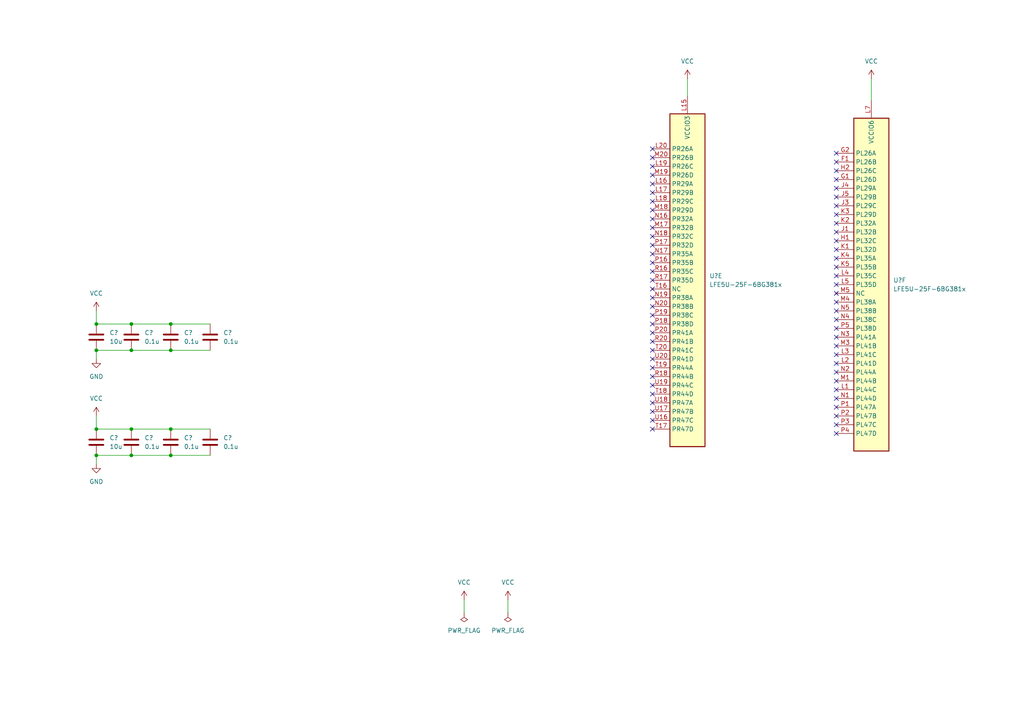
<source format=kicad_sch>
(kicad_sch (version 20211123) (generator eeschema)
  (paper "A4")
  (lib_symbols
    (symbol "Device:C" (pin_numbers hide) (pin_names (offset 0.254))
      (property "Reference" "C" (at 0.635 2.54 0))
      (property "Value" "C" (at 0.635 -2.54 0))
      (symbol "C_0_1"
        (polyline (pts (xy -2.032 -0.762) (xy 2.032 -0.762)) (stroke (width 0.508)))
        (polyline (pts (xy -2.032 0.762) (xy 2.032 0.762)) (stroke (width 0.508)))
      )
      (symbol "C_1_1"
        (pin passive line (at 0 3.81 270) (length 2.794) (name "~") (number "1"))
        (pin passive line (at 0 -3.81 90) (length 2.794) (name "~") (number "2"))
      )
    )
    (symbol "fpga_extension_library:LFE5U-25F-6BG381x"
      (property "Reference" "U" (at 24.13 16.51 0))
      (property "Value" "LFE5U-25F-6BG381x" (at 24.13 13.97 0))
      (symbol "LFE5U-25F-6BG381x_1_1"
        (rectangle (start -25.4 10.16) (end 25.4 -10.16) (stroke (width 0.3048)) (fill (type background)))
        (pin passive line (at 0 -15.24 90) (length 5.08) hide (name "GND") (number "B14"))
        (pin passive line (at 0 -15.24 90) (length 5.08) hide (name "GND") (number "B7"))
        (pin power_in line (at 0 -15.24 90) (length 5.08) (name "GND") (number "C19"))
        (pin passive line (at 0 -15.24 90) (length 5.08) hide (name "GND") (number "D4"))
        (pin passive line (at 0 -15.24 90) (length 5.08) hide (name "GND") (number "F13"))
        (pin passive line (at 0 -15.24 90) (length 5.08) hide (name "GND") (number "F14"))
        (pin passive line (at 12.7 15.24 270) (length 5.08) hide (name "VCCAUX") (number "F15"))
        (pin passive line (at 12.7 15.24 270) (length 5.08) hide (name "VCCAUX") (number "F6"))
        (pin passive line (at 0 -15.24 90) (length 5.08) hide (name "GND") (number "F7"))
        (pin passive line (at 0 -15.24 90) (length 5.08) hide (name "GND") (number "F8"))
        (pin passive line (at 0 -15.24 90) (length 5.08) hide (name "GND") (number "G10"))
        (pin passive line (at 0 -15.24 90) (length 5.08) hide (name "GND") (number "G11"))
        (pin passive line (at 0 -15.24 90) (length 5.08) hide (name "GND") (number "G12"))
        (pin passive line (at 0 -15.24 90) (length 5.08) hide (name "GND") (number "G13"))
        (pin passive line (at 0 -15.24 90) (length 5.08) hide (name "GND") (number "G14"))
        (pin passive line (at 0 -15.24 90) (length 5.08) hide (name "GND") (number "G15"))
        (pin passive line (at 0 -15.24 90) (length 5.08) hide (name "GND") (number "G17"))
        (pin passive line (at 0 -15.24 90) (length 5.08) hide (name "GND") (number "G4"))
        (pin passive line (at 0 -15.24 90) (length 5.08) hide (name "GND") (number "G6"))
        (pin passive line (at 0 -15.24 90) (length 5.08) hide (name "GND") (number "G7"))
        (pin passive line (at 0 -15.24 90) (length 5.08) hide (name "GND") (number "G8"))
        (pin passive line (at 0 -15.24 90) (length 5.08) hide (name "GND") (number "G9"))
        (pin passive line (at 0 15.24 270) (length 5.08) hide (name "VCC") (number "H10"))
        (pin passive line (at 0 15.24 270) (length 5.08) hide (name "VCC") (number "H11"))
        (pin passive line (at 0 15.24 270) (length 5.08) hide (name "VCC") (number "H12"))
        (pin power_in line (at 0 15.24 270) (length 5.08) (name "VCC") (number "H13"))
        (pin passive line (at 0 -15.24 90) (length 5.08) hide (name "GND") (number "H19"))
        (pin passive line (at 0 15.24 270) (length 5.08) hide (name "VCC") (number "H8"))
        (pin passive line (at 0 15.24 270) (length 5.08) hide (name "VCC") (number "H9"))
        (pin passive line (at 0 -15.24 90) (length 5.08) hide (name "GND") (number "J10"))
        (pin passive line (at 0 -15.24 90) (length 5.08) hide (name "GND") (number "J11"))
        (pin passive line (at 0 -15.24 90) (length 5.08) hide (name "GND") (number "J12"))
        (pin passive line (at 0 15.24 270) (length 5.08) hide (name "VCC") (number "J13"))
        (pin passive line (at 0 -15.24 90) (length 5.08) hide (name "GND") (number "J14"))
        (pin passive line (at 0 -15.24 90) (length 5.08) hide (name "GND") (number "J2"))
        (pin passive line (at 0 -15.24 90) (length 5.08) hide (name "GND") (number "J7"))
        (pin passive line (at 0 15.24 270) (length 5.08) hide (name "VCC") (number "J8"))
        (pin passive line (at 0 -15.24 90) (length 5.08) hide (name "GND") (number "J9"))
        (pin passive line (at 0 -15.24 90) (length 5.08) hide (name "GND") (number "K10"))
        (pin passive line (at 0 -15.24 90) (length 5.08) hide (name "GND") (number "K11"))
        (pin passive line (at 0 -15.24 90) (length 5.08) hide (name "GND") (number "K12"))
        (pin passive line (at 0 15.24 270) (length 5.08) hide (name "VCC") (number "K13"))
        (pin passive line (at 0 -15.24 90) (length 5.08) hide (name "GND") (number "K14"))
        (pin passive line (at 0 -15.24 90) (length 5.08) hide (name "GND") (number "K15"))
        (pin passive line (at 0 -15.24 90) (length 5.08) hide (name "GND") (number "K6"))
        (pin passive line (at 0 -15.24 90) (length 5.08) hide (name "GND") (number "K7"))
        (pin passive line (at 0 15.24 270) (length 5.08) hide (name "VCC") (number "K8"))
        (pin passive line (at 0 -15.24 90) (length 5.08) hide (name "GND") (number "K9"))
        (pin passive line (at 0 -15.24 90) (length 5.08) hide (name "GND") (number "L10"))
        (pin passive line (at 0 -15.24 90) (length 5.08) hide (name "GND") (number "L11"))
        (pin passive line (at 0 -15.24 90) (length 5.08) hide (name "GND") (number "L12"))
        (pin passive line (at 0 15.24 270) (length 5.08) hide (name "VCC") (number "L13"))
        (pin passive line (at 0 15.24 270) (length 5.08) hide (name "VCC") (number "L8"))
        (pin passive line (at 0 -15.24 90) (length 5.08) hide (name "GND") (number "L9"))
        (pin passive line (at 0 -15.24 90) (length 5.08) hide (name "GND") (number "M10"))
        (pin passive line (at 0 -15.24 90) (length 5.08) hide (name "GND") (number "M11"))
        (pin passive line (at 0 -15.24 90) (length 5.08) hide (name "GND") (number "M12"))
        (pin passive line (at 0 15.24 270) (length 5.08) hide (name "VCC") (number "M13"))
        (pin passive line (at 0 -15.24 90) (length 5.08) hide (name "GND") (number "M14"))
        (pin passive line (at 0 -15.24 90) (length 5.08) hide (name "GND") (number "M16"))
        (pin passive line (at 0 -15.24 90) (length 5.08) hide (name "GND") (number "M2"))
        (pin passive line (at 0 -15.24 90) (length 5.08) hide (name "GND") (number "M7"))
        (pin passive line (at 0 15.24 270) (length 5.08) hide (name "VCC") (number "M8"))
        (pin passive line (at 0 -15.24 90) (length 5.08) hide (name "GND") (number "M9"))
        (pin passive line (at 0 15.24 270) (length 5.08) hide (name "VCC") (number "N10"))
        (pin passive line (at 0 15.24 270) (length 5.08) hide (name "VCC") (number "N11"))
        (pin passive line (at 0 15.24 270) (length 5.08) hide (name "VCC") (number "N12"))
        (pin passive line (at 0 15.24 270) (length 5.08) hide (name "VCC") (number "N13"))
        (pin passive line (at 0 -15.24 90) (length 5.08) hide (name "GND") (number "N14"))
        (pin passive line (at 0 -15.24 90) (length 5.08) hide (name "GND") (number "N15"))
        (pin passive line (at 0 -15.24 90) (length 5.08) hide (name "GND") (number "N6"))
        (pin passive line (at 0 -15.24 90) (length 5.08) hide (name "GND") (number "N7"))
        (pin passive line (at 0 15.24 270) (length 5.08) hide (name "VCC") (number "N8"))
        (pin passive line (at 0 15.24 270) (length 5.08) hide (name "VCC") (number "N9"))
        (pin passive line (at 0 -15.24 90) (length 5.08) hide (name "GND") (number "P11"))
        (pin passive line (at 0 -15.24 90) (length 5.08) hide (name "GND") (number "P12"))
        (pin passive line (at 0 -15.24 90) (length 5.08) hide (name "GND") (number "P13"))
        (pin passive line (at 0 -15.24 90) (length 5.08) hide (name "GND") (number "P14"))
        (pin power_in line (at 12.7 15.24 270) (length 5.08) (name "VCCAUX") (number "P15"))
        (pin passive line (at 12.7 15.24 270) (length 5.08) hide (name "VCCAUX") (number "P6"))
        (pin passive line (at 0 -15.24 90) (length 5.08) hide (name "GND") (number "P7"))
        (pin passive line (at 0 -15.24 90) (length 5.08) hide (name "GND") (number "P8"))
        (pin passive line (at 0 -15.24 90) (length 5.08) hide (name "GND") (number "R19"))
        (pin passive line (at 0 -15.24 90) (length 5.08) hide (name "GND") (number "T10"))
        (pin passive line (at 0 -15.24 90) (length 5.08) hide (name "GND") (number "T11"))
        (pin passive line (at 0 -15.24 90) (length 5.08) hide (name "GND") (number "T12"))
        (pin passive line (at 0 -15.24 90) (length 5.08) hide (name "GND") (number "T13"))
        (pin passive line (at 0 -15.24 90) (length 5.08) hide (name "GND") (number "T14"))
        (pin passive line (at 0 -15.24 90) (length 5.08) hide (name "GND") (number "T15"))
        (pin passive line (at 0 -15.24 90) (length 5.08) hide (name "GND") (number "T6"))
        (pin passive line (at 0 -15.24 90) (length 5.08) hide (name "GND") (number "T7"))
        (pin passive line (at 0 -15.24 90) (length 5.08) hide (name "GND") (number "T8"))
        (pin passive line (at 0 -15.24 90) (length 5.08) hide (name "GND") (number "T9"))
        (pin passive line (at 0 -15.24 90) (length 5.08) hide (name "GND") (number "U10"))
        (pin passive line (at 0 -15.24 90) (length 5.08) hide (name "GND") (number "U11"))
        (pin passive line (at 0 -15.24 90) (length 5.08) hide (name "GND") (number "U12"))
        (pin passive line (at 0 -15.24 90) (length 5.08) hide (name "GND") (number "U13"))
        (pin passive line (at 0 -15.24 90) (length 5.08) hide (name "GND") (number "U14"))
        (pin passive line (at 0 -15.24 90) (length 5.08) hide (name "GND") (number "U15"))
        (pin passive line (at 0 -15.24 90) (length 5.08) hide (name "GND") (number "U6"))
        (pin passive line (at 0 -15.24 90) (length 5.08) hide (name "GND") (number "U7"))
        (pin passive line (at 0 -15.24 90) (length 5.08) hide (name "GND") (number "U8"))
        (pin passive line (at 0 -15.24 90) (length 5.08) hide (name "GND") (number "U9"))
        (pin passive line (at 0 -15.24 90) (length 5.08) hide (name "GND") (number "V10"))
        (pin passive line (at 0 -15.24 90) (length 5.08) hide (name "GND") (number "V11"))
        (pin passive line (at 0 -15.24 90) (length 5.08) hide (name "GND") (number "V12"))
        (pin passive line (at 0 -15.24 90) (length 5.08) hide (name "GND") (number "V13"))
        (pin passive line (at 0 -15.24 90) (length 5.08) hide (name "GND") (number "V14"))
        (pin passive line (at 0 -15.24 90) (length 5.08) hide (name "GND") (number "V15"))
        (pin passive line (at 0 -15.24 90) (length 5.08) hide (name "GND") (number "V16"))
        (pin passive line (at 0 -15.24 90) (length 5.08) hide (name "GND") (number "V17"))
        (pin passive line (at 0 -15.24 90) (length 5.08) hide (name "GND") (number "V18"))
        (pin passive line (at 0 -15.24 90) (length 5.08) hide (name "GND") (number "V19"))
        (pin passive line (at 0 -15.24 90) (length 5.08) hide (name "GND") (number "V20"))
        (pin passive line (at 0 -15.24 90) (length 5.08) hide (name "GND") (number "V5"))
        (pin passive line (at 0 -15.24 90) (length 5.08) hide (name "GND") (number "V6"))
        (pin passive line (at 0 -15.24 90) (length 5.08) hide (name "GND") (number "V7"))
        (pin passive line (at 0 -15.24 90) (length 5.08) hide (name "GND") (number "V8"))
        (pin passive line (at 0 -15.24 90) (length 5.08) hide (name "GND") (number "V9"))
        (pin passive line (at 0 -15.24 90) (length 5.08) hide (name "GND") (number "W12"))
        (pin no_connect line (at 25.4 -5.08 180) (length 5.08) hide (name "RESERVED") (number "W13"))
        (pin no_connect line (at 25.4 -2.54 180) (length 5.08) hide (name "RESERVED") (number "W14"))
        (pin passive line (at 0 -15.24 90) (length 5.08) hide (name "GND") (number "W15"))
        (pin passive line (at 0 -15.24 90) (length 5.08) hide (name "GND") (number "W16"))
        (pin no_connect line (at 25.4 0 180) (length 5.08) hide (name "RESERVED") (number "W17"))
        (pin no_connect line (at 25.4 2.54 180) (length 5.08) hide (name "RESERVED") (number "W18"))
        (pin passive line (at 0 -15.24 90) (length 5.08) hide (name "GND") (number "W19"))
        (pin passive line (at 0 -15.24 90) (length 5.08) hide (name "GND") (number "W20"))
        (pin no_connect line (at -25.4 2.54 0) (length 5.08) hide (name "RESERVED") (number "W4"))
        (pin no_connect line (at -25.4 0 0) (length 5.08) hide (name "RESERVED") (number "W5"))
        (pin passive line (at 0 -15.24 90) (length 5.08) hide (name "GND") (number "W6"))
        (pin passive line (at 0 -15.24 90) (length 5.08) hide (name "GND") (number "W7"))
        (pin no_connect line (at -25.4 -2.54 0) (length 5.08) hide (name "RESERVED") (number "W8"))
        (pin no_connect line (at -25.4 -5.08 0) (length 5.08) hide (name "RESERVED") (number "W9"))
        (pin passive line (at 0 -15.24 90) (length 5.08) hide (name "GND") (number "Y11"))
        (pin passive line (at 0 -15.24 90) (length 5.08) hide (name "GND") (number "Y12"))
        (pin passive line (at 0 -15.24 90) (length 5.08) hide (name "GND") (number "Y14"))
        (pin passive line (at 0 -15.24 90) (length 5.08) hide (name "GND") (number "Y15"))
        (pin passive line (at 0 -15.24 90) (length 5.08) hide (name "GND") (number "Y16"))
        (pin passive line (at 0 -15.24 90) (length 5.08) hide (name "GND") (number "Y17"))
        (pin passive line (at 0 -15.24 90) (length 5.08) hide (name "GND") (number "Y19"))
        (pin passive line (at 0 -15.24 90) (length 5.08) hide (name "GND") (number "Y5"))
        (pin passive line (at 0 -15.24 90) (length 5.08) hide (name "GND") (number "Y6"))
        (pin passive line (at 0 -15.24 90) (length 5.08) hide (name "GND") (number "Y7"))
        (pin passive line (at 0 -15.24 90) (length 5.08) hide (name "GND") (number "Y8"))
      )
      (symbol "LFE5U-25F-6BG381x_2_1"
        (rectangle (start -5.08 40.64) (end 5.08 -40.64) (stroke (width 0.3048)) (fill (type background)))
        (pin bidirectional line (at -10.16 -27.94 0) (length 5.08) (name "PT27A") (number "A10"))
        (pin bidirectional line (at -10.16 -30.48 0) (length 5.08) (name "PT27B") (number "A11"))
        (pin bidirectional line (at -10.16 30.48 0) (length 5.08) (name "PT4A") (number "A6"))
        (pin bidirectional line (at -10.16 0 0) (length 5.08) (name "PT18A") (number "A7"))
        (pin bidirectional line (at -10.16 -2.54 0) (length 5.08) (name "PT18B") (number "A8"))
        (pin bidirectional line (at -10.16 -22.86 0) (length 5.08) (name "PT24A") (number "A9"))
        (pin bidirectional line (at -10.16 -25.4 0) (length 5.08) (name "PT24B") (number "B10"))
        (pin bidirectional line (at -10.16 -33.02 0) (length 5.08) (name "PT29A") (number "B11"))
        (pin bidirectional line (at -10.16 27.94 0) (length 5.08) (name "PT4B") (number "B6"))
        (pin bidirectional line (at -10.16 2.54 0) (length 5.08) (name "PT15B") (number "B8"))
        (pin bidirectional line (at -10.16 -17.78 0) (length 5.08) (name "PT22A") (number "B9"))
        (pin bidirectional line (at -10.16 -20.32 0) (length 5.08) (name "PT22B") (number "C10"))
        (pin bidirectional line (at -10.16 -35.56 0) (length 5.08) (name "PT29B") (number "C11"))
        (pin bidirectional line (at -10.16 15.24 0) (length 5.08) (name "PT11A") (number "C6"))
        (pin bidirectional line (at -10.16 12.7 0) (length 5.08) (name "PT11B") (number "C7"))
        (pin bidirectional line (at -10.16 5.08 0) (length 5.08) (name "PT15A") (number "C8"))
        (pin no_connect line (at -10.16 -10.16 0) (length 5.08) (name "NC") (number "C9"))
        (pin no_connect line (at -10.16 -12.7 0) (length 5.08) (name "NC") (number "D10"))
        (pin bidirectional line (at -10.16 22.86 0) (length 5.08) (name "PT6B") (number "D6"))
        (pin bidirectional line (at -10.16 17.78 0) (length 5.08) (name "PT9B") (number "D7"))
        (pin bidirectional line (at -10.16 7.62 0) (length 5.08) (name "PT13B") (number "D8"))
        (pin bidirectional line (at -10.16 -5.08 0) (length 5.08) (name "PT20A") (number "D9"))
        (pin no_connect line (at -10.16 -15.24 0) (length 5.08) (name "NC") (number "E10"))
        (pin bidirectional line (at -10.16 25.4 0) (length 5.08) (name "PT6A") (number "E6"))
        (pin bidirectional line (at -10.16 20.32 0) (length 5.08) (name "PT9A") (number "E7"))
        (pin bidirectional line (at -10.16 10.16 0) (length 5.08) (name "PT13A") (number "E8"))
        (pin bidirectional line (at -10.16 -7.62 0) (length 5.08) (name "PT20B") (number "E9"))
        (pin power_in line (at 0 45.72 270) (length 5.08) (name "VCCIO0") (number "F10"))
        (pin passive line (at 0 45.72 270) (length 5.08) hide (name "VCCIO0") (number "F9"))
      )
      (symbol "LFE5U-25F-6BG381x_3_1"
        (rectangle (start -5.08 48.26) (end 5.08 -48.26) (stroke (width 0.3048)) (fill (type background)))
        (pin bidirectional line (at -10.16 22.86 0) (length 5.08) (name "PT40A") (number "A12"))
        (pin bidirectional line (at -10.16 20.32 0) (length 5.08) (name "PT40B") (number "A13"))
        (pin bidirectional line (at -10.16 7.62 0) (length 5.08) (name "PT47A") (number "A14"))
        (pin no_connect line (at -10.16 -2.54 0) (length 5.08) (name "NC") (number "A15"))
        (pin bidirectional line (at -10.16 -15.24 0) (length 5.08) (name "PT56A") (number "A16"))
        (pin bidirectional line (at -10.16 -30.48 0) (length 5.08) (name "PT62A") (number "A17"))
        (pin bidirectional line (at -10.16 -35.56 0) (length 5.08) (name "PT65A") (number "A18"))
        (pin bidirectional line (at -10.16 -40.64 0) (length 5.08) (name "PT67A") (number "A19"))
        (pin bidirectional line (at -10.16 33.02 0) (length 5.08) (name "PT35A") (number "B12"))
        (pin bidirectional line (at -10.16 17.78 0) (length 5.08) (name "PT42A") (number "B13"))
        (pin bidirectional line (at -10.16 -5.08 0) (length 5.08) (name "PT51A") (number "B15"))
        (pin bidirectional line (at -10.16 -17.78 0) (length 5.08) (name "PT56B") (number "B16"))
        (pin bidirectional line (at -10.16 -25.4 0) (length 5.08) (name "PT60A") (number "B17"))
        (pin bidirectional line (at -10.16 -33.02 0) (length 5.08) (name "PT62B") (number "B18"))
        (pin bidirectional line (at -10.16 -38.1 0) (length 5.08) (name "PT65B") (number "B19"))
        (pin bidirectional line (at -10.16 -43.18 0) (length 5.08) (name "PT67B") (number "B20"))
        (pin bidirectional line (at -10.16 30.48 0) (length 5.08) (name "PT35B") (number "C12"))
        (pin bidirectional line (at -10.16 15.24 0) (length 5.08) (name "PT42B") (number "C13"))
        (pin bidirectional line (at -10.16 5.08 0) (length 5.08) (name "PT47B") (number "C14"))
        (pin bidirectional line (at -10.16 -7.62 0) (length 5.08) (name "PT51B") (number "C15"))
        (pin bidirectional line (at -10.16 -20.32 0) (length 5.08) (name "PT58A") (number "C16"))
        (pin bidirectional line (at -10.16 -27.94 0) (length 5.08) (name "PT60B") (number "C17"))
        (pin bidirectional line (at -10.16 38.1 0) (length 5.08) (name "PT33A") (number "D11"))
        (pin bidirectional line (at -10.16 27.94 0) (length 5.08) (name "PT38A") (number "D12"))
        (pin bidirectional line (at -10.16 12.7 0) (length 5.08) (name "PT44A") (number "D13"))
        (pin bidirectional line (at -10.16 2.54 0) (length 5.08) (name "PT49A") (number "D14"))
        (pin bidirectional line (at -10.16 -10.16 0) (length 5.08) (name "PT53A") (number "D15"))
        (pin bidirectional line (at -10.16 -22.86 0) (length 5.08) (name "PT58B") (number "D16"))
        (pin bidirectional line (at -10.16 35.56 0) (length 5.08) (name "PT33B") (number "E11"))
        (pin bidirectional line (at -10.16 25.4 0) (length 5.08) (name "PT38B") (number "E12"))
        (pin bidirectional line (at -10.16 10.16 0) (length 5.08) (name "PT44B") (number "E13"))
        (pin bidirectional line (at -10.16 0 0) (length 5.08) (name "PT49B") (number "E14"))
        (pin bidirectional line (at -10.16 -12.7 0) (length 5.08) (name "PT53B") (number "E15"))
        (pin passive line (at 0 53.34 270) (length 5.08) hide (name "VCCIO1") (number "F11"))
        (pin power_in line (at 0 53.34 270) (length 5.08) (name "VCCIO1") (number "F12"))
      )
      (symbol "LFE5U-25F-6BG381x_4_1"
        (rectangle (start -5.08 48.26) (end 5.08 -48.26) (stroke (width 0.3048)) (fill (type background)))
        (pin bidirectional line (at -10.16 38.1 0) (length 5.08) (name "PR2A") (number "C18"))
        (pin bidirectional line (at -10.16 -7.62 0) (length 5.08) (name "PR14A") (number "C20"))
        (pin bidirectional line (at -10.16 35.56 0) (length 5.08) (name "PR2B") (number "D17"))
        (pin bidirectional line (at -10.16 27.94 0) (length 5.08) (name "PR5A") (number "D18"))
        (pin bidirectional line (at -10.16 -10.16 0) (length 5.08) (name "PR14B") (number "D19"))
        (pin bidirectional line (at -10.16 -12.7 0) (length 5.08) (name "PR14C") (number "D20"))
        (pin bidirectional line (at -10.16 33.02 0) (length 5.08) (name "PR2C") (number "E16"))
        (pin bidirectional line (at -10.16 25.4 0) (length 5.08) (name "PR5B") (number "E17"))
        (pin bidirectional line (at -10.16 22.86 0) (length 5.08) (name "PR5C") (number "E18"))
        (pin bidirectional line (at -10.16 -15.24 0) (length 5.08) (name "PR14D") (number "E19"))
        (pin bidirectional line (at -10.16 -17.78 0) (length 5.08) (name "PR17A") (number "E20"))
        (pin bidirectional line (at -10.16 30.48 0) (length 5.08) (name "PR2D") (number "F16"))
        (pin bidirectional line (at -10.16 17.78 0) (length 5.08) (name "PR8A") (number "F17"))
        (pin bidirectional line (at -10.16 20.32 0) (length 5.08) (name "PR5D") (number "F18"))
        (pin bidirectional line (at -10.16 -20.32 0) (length 5.08) (name "PR17B") (number "F19"))
        (pin bidirectional line (at -10.16 -22.86 0) (length 5.08) (name "PR17C") (number "F20"))
        (pin bidirectional line (at -10.16 12.7 0) (length 5.08) (name "PR8C") (number "G16"))
        (pin bidirectional line (at -10.16 15.24 0) (length 5.08) (name "PR8B") (number "G18"))
        (pin bidirectional line (at -10.16 -27.94 0) (length 5.08) (name "PR20A") (number "G19"))
        (pin bidirectional line (at -10.16 -25.4 0) (length 5.08) (name "PR17D") (number "G20"))
        (pin passive line (at 0 53.34 270) (length 5.08) hide (name "VCCIO2") (number "H14"))
        (pin power_in line (at 0 53.34 270) (length 5.08) (name "VCCIO2") (number "H15"))
        (pin bidirectional line (at -10.16 10.16 0) (length 5.08) (name "PR8D") (number "H16"))
        (pin bidirectional line (at -10.16 5.08 0) (length 5.08) (name "PR11B") (number "H17"))
        (pin bidirectional line (at -10.16 7.62 0) (length 5.08) (name "PR11A") (number "H18"))
        (pin bidirectional line (at -10.16 -30.48 0) (length 5.08) (name "PR20B") (number "H20"))
        (pin passive line (at 0 53.34 270) (length 5.08) hide (name "VCCIO2") (number "J15"))
        (pin bidirectional line (at -10.16 0 0) (length 5.08) (name "PR11D") (number "J16"))
        (pin bidirectional line (at -10.16 2.54 0) (length 5.08) (name "PR11C") (number "J17"))
        (pin bidirectional line (at -10.16 -33.02 0) (length 5.08) (name "PR20C") (number "J18"))
        (pin bidirectional line (at -10.16 -38.1 0) (length 5.08) (name "PR23A") (number "J19"))
        (pin bidirectional line (at -10.16 -43.18 0) (length 5.08) (name "PR23C") (number "J20"))
        (pin no_connect line (at -10.16 -2.54 0) (length 5.08) (name "NC") (number "K16"))
        (pin no_connect line (at -10.16 -5.08 0) (length 5.08) (name "NC") (number "K17"))
        (pin bidirectional line (at -10.16 -35.56 0) (length 5.08) (name "PR20D") (number "K18"))
        (pin bidirectional line (at -10.16 -40.64 0) (length 5.08) (name "PR23B") (number "K19"))
        (pin bidirectional line (at -10.16 -45.72 0) (length 5.08) (name "PR23D") (number "K20"))
      )
      (symbol "LFE5U-25F-6BG381x_5_1"
        (rectangle (start -5.08 48.26) (end 5.08 -48.26) (stroke (width 0.3048)) (fill (type background)))
        (pin passive line (at 0 53.34 270) (length 5.08) hide (name "VCCIO3") (number "L14"))
        (pin power_in line (at 0 53.34 270) (length 5.08) (name "VCCIO3") (number "L15"))
        (pin bidirectional line (at -10.16 27.94 0) (length 5.08) (name "PR29A") (number "L16"))
        (pin bidirectional line (at -10.16 25.4 0) (length 5.08) (name "PR29B") (number "L17"))
        (pin bidirectional line (at -10.16 22.86 0) (length 5.08) (name "PR29C") (number "L18"))
        (pin bidirectional line (at -10.16 33.02 0) (length 5.08) (name "PR26C") (number "L19"))
        (pin bidirectional line (at -10.16 38.1 0) (length 5.08) (name "PR26A") (number "L20"))
        (pin passive line (at 0 53.34 270) (length 5.08) hide (name "VCCIO3") (number "M15"))
        (pin bidirectional line (at -10.16 15.24 0) (length 5.08) (name "PR32B") (number "M17"))
        (pin bidirectional line (at -10.16 20.32 0) (length 5.08) (name "PR29D") (number "M18"))
        (pin bidirectional line (at -10.16 30.48 0) (length 5.08) (name "PR26D") (number "M19"))
        (pin bidirectional line (at -10.16 35.56 0) (length 5.08) (name "PR26B") (number "M20"))
        (pin bidirectional line (at -10.16 17.78 0) (length 5.08) (name "PR32A") (number "N16"))
        (pin bidirectional line (at -10.16 7.62 0) (length 5.08) (name "PR35A") (number "N17"))
        (pin bidirectional line (at -10.16 12.7 0) (length 5.08) (name "PR32C") (number "N18"))
        (pin bidirectional line (at -10.16 -5.08 0) (length 5.08) (name "PR38A") (number "N19"))
        (pin bidirectional line (at -10.16 -7.62 0) (length 5.08) (name "PR38B") (number "N20"))
        (pin bidirectional line (at -10.16 5.08 0) (length 5.08) (name "PR35B") (number "P16"))
        (pin bidirectional line (at -10.16 10.16 0) (length 5.08) (name "PR32D") (number "P17"))
        (pin bidirectional line (at -10.16 -12.7 0) (length 5.08) (name "PR38D") (number "P18"))
        (pin bidirectional line (at -10.16 -10.16 0) (length 5.08) (name "PR38C") (number "P19"))
        (pin bidirectional line (at -10.16 -15.24 0) (length 5.08) (name "PR41A") (number "P20"))
        (pin bidirectional line (at -10.16 2.54 0) (length 5.08) (name "PR35C") (number "R16"))
        (pin bidirectional line (at -10.16 0 0) (length 5.08) (name "PR35D") (number "R17"))
        (pin bidirectional line (at -10.16 -27.94 0) (length 5.08) (name "PR44B") (number "R18"))
        (pin bidirectional line (at -10.16 -17.78 0) (length 5.08) (name "PR41B") (number "R20"))
        (pin no_connect line (at -10.16 -2.54 0) (length 5.08) (name "NC") (number "T16"))
        (pin bidirectional line (at -10.16 -43.18 0) (length 5.08) (name "PR47D") (number "T17"))
        (pin bidirectional line (at -10.16 -33.02 0) (length 5.08) (name "PR44D") (number "T18"))
        (pin bidirectional line (at -10.16 -25.4 0) (length 5.08) (name "PR44A") (number "T19"))
        (pin bidirectional line (at -10.16 -20.32 0) (length 5.08) (name "PR41C") (number "T20"))
        (pin bidirectional line (at -10.16 -40.64 0) (length 5.08) (name "PR47C") (number "U16"))
        (pin bidirectional line (at -10.16 -38.1 0) (length 5.08) (name "PR47B") (number "U17"))
        (pin bidirectional line (at -10.16 -35.56 0) (length 5.08) (name "PR47A") (number "U18"))
        (pin bidirectional line (at -10.16 -30.48 0) (length 5.08) (name "PR44C") (number "U19"))
        (pin bidirectional line (at -10.16 -22.86 0) (length 5.08) (name "PR41D") (number "U20"))
      )
      (symbol "LFE5U-25F-6BG381x_6_1"
        (rectangle (start -5.08 48.26) (end 5.08 -48.26) (stroke (width 0.3048)) (fill (type background)))
        (pin bidirectional line (at -10.16 35.56 0) (length 5.08) (name "PL26B") (number "F1"))
        (pin bidirectional line (at -10.16 30.48 0) (length 5.08) (name "PL26D") (number "G1"))
        (pin bidirectional line (at -10.16 38.1 0) (length 5.08) (name "PL26A") (number "G2"))
        (pin bidirectional line (at -10.16 12.7 0) (length 5.08) (name "PL32C") (number "H1"))
        (pin bidirectional line (at -10.16 33.02 0) (length 5.08) (name "PL26C") (number "H2"))
        (pin bidirectional line (at -10.16 15.24 0) (length 5.08) (name "PL32B") (number "J1"))
        (pin bidirectional line (at -10.16 22.86 0) (length 5.08) (name "PL29C") (number "J3"))
        (pin bidirectional line (at -10.16 27.94 0) (length 5.08) (name "PL29A") (number "J4"))
        (pin bidirectional line (at -10.16 25.4 0) (length 5.08) (name "PL29B") (number "J5"))
        (pin bidirectional line (at -10.16 10.16 0) (length 5.08) (name "PL32D") (number "K1"))
        (pin bidirectional line (at -10.16 17.78 0) (length 5.08) (name "PL32A") (number "K2"))
        (pin bidirectional line (at -10.16 20.32 0) (length 5.08) (name "PL29D") (number "K3"))
        (pin bidirectional line (at -10.16 7.62 0) (length 5.08) (name "PL35A") (number "K4"))
        (pin bidirectional line (at -10.16 5.08 0) (length 5.08) (name "PL35B") (number "K5"))
        (pin bidirectional line (at -10.16 -30.48 0) (length 5.08) (name "PL44C") (number "L1"))
        (pin bidirectional line (at -10.16 -22.86 0) (length 5.08) (name "PL41D") (number "L2"))
        (pin bidirectional line (at -10.16 -20.32 0) (length 5.08) (name "PL41C") (number "L3"))
        (pin bidirectional line (at -10.16 2.54 0) (length 5.08) (name "PL35C") (number "L4"))
        (pin bidirectional line (at -10.16 0 0) (length 5.08) (name "PL35D") (number "L5"))
        (pin passive line (at 0 53.34 270) (length 5.08) hide (name "VCCIO6") (number "L6"))
        (pin power_in line (at 0 53.34 270) (length 5.08) (name "VCCIO6") (number "L7"))
        (pin bidirectional line (at -10.16 -27.94 0) (length 5.08) (name "PL44B") (number "M1"))
        (pin bidirectional line (at -10.16 -17.78 0) (length 5.08) (name "PL41B") (number "M3"))
        (pin bidirectional line (at -10.16 -5.08 0) (length 5.08) (name "PL38A") (number "M4"))
        (pin no_connect line (at -10.16 -2.54 0) (length 5.08) (name "NC") (number "M5"))
        (pin passive line (at 0 53.34 270) (length 5.08) hide (name "VCCIO6") (number "M6"))
        (pin bidirectional line (at -10.16 -33.02 0) (length 5.08) (name "PL44D") (number "N1"))
        (pin bidirectional line (at -10.16 -25.4 0) (length 5.08) (name "PL44A") (number "N2"))
        (pin bidirectional line (at -10.16 -15.24 0) (length 5.08) (name "PL41A") (number "N3"))
        (pin bidirectional line (at -10.16 -10.16 0) (length 5.08) (name "PL38C") (number "N4"))
        (pin bidirectional line (at -10.16 -7.62 0) (length 5.08) (name "PL38B") (number "N5"))
        (pin bidirectional line (at -10.16 -35.56 0) (length 5.08) (name "PL47A") (number "P1"))
        (pin bidirectional line (at -10.16 -38.1 0) (length 5.08) (name "PL47B") (number "P2"))
        (pin bidirectional line (at -10.16 -40.64 0) (length 5.08) (name "PL47C") (number "P3"))
        (pin bidirectional line (at -10.16 -43.18 0) (length 5.08) (name "PL47D") (number "P4"))
        (pin bidirectional line (at -10.16 -12.7 0) (length 5.08) (name "PL38D") (number "P5"))
      )
      (symbol "LFE5U-25F-6BG381x_7_1"
        (rectangle (start -5.08 45.72) (end 5.08 -45.72) (stroke (width 0.3048)) (fill (type background)))
        (pin bidirectional line (at -10.16 -5.08 0) (length 5.08) (name "PL14A") (number "A2"))
        (pin bidirectional line (at -10.16 20.32 0) (length 5.08) (name "PL5C") (number "A3"))
        (pin bidirectional line (at -10.16 35.56 0) (length 5.08) (name "PL2A") (number "A4"))
        (pin bidirectional line (at -10.16 33.02 0) (length 5.08) (name "PL2B") (number "A5"))
        (pin bidirectional line (at -10.16 -7.62 0) (length 5.08) (name "PL14B") (number "B1"))
        (pin bidirectional line (at -10.16 -10.16 0) (length 5.08) (name "PL14C") (number "B2"))
        (pin bidirectional line (at -10.16 17.78 0) (length 5.08) (name "PL5D") (number "B3"))
        (pin bidirectional line (at -10.16 22.86 0) (length 5.08) (name "PL5B") (number "B4"))
        (pin bidirectional line (at -10.16 30.48 0) (length 5.08) (name "PL2C") (number "B5"))
        (pin bidirectional line (at -10.16 -15.24 0) (length 5.08) (name "PL17A") (number "C1"))
        (pin bidirectional line (at -10.16 -12.7 0) (length 5.08) (name "PL14D") (number "C2"))
        (pin bidirectional line (at -10.16 10.16 0) (length 5.08) (name "PL8C") (number "C3"))
        (pin bidirectional line (at -10.16 25.4 0) (length 5.08) (name "PL5A") (number "C4"))
        (pin bidirectional line (at -10.16 27.94 0) (length 5.08) (name "PL2D") (number "C5"))
        (pin bidirectional line (at -10.16 -17.78 0) (length 5.08) (name "PL17B") (number "D1"))
        (pin bidirectional line (at -10.16 -20.32 0) (length 5.08) (name "PL17C") (number "D2"))
        (pin bidirectional line (at -10.16 7.62 0) (length 5.08) (name "PL8D") (number "D3"))
        (pin bidirectional line (at -10.16 12.7 0) (length 5.08) (name "PL8B") (number "D5"))
        (pin bidirectional line (at -10.16 -22.86 0) (length 5.08) (name "PL17D") (number "E1"))
        (pin bidirectional line (at -10.16 -43.18 0) (length 5.08) (name "PL23D") (number "E2"))
        (pin bidirectional line (at -10.16 2.54 0) (length 5.08) (name "PL11B") (number "E3"))
        (pin bidirectional line (at -10.16 15.24 0) (length 5.08) (name "PL8A") (number "E4"))
        (pin bidirectional line (at -10.16 0 0) (length 5.08) (name "PL11C") (number "E5"))
        (pin bidirectional line (at -10.16 -40.64 0) (length 5.08) (name "PL23C") (number "F2"))
        (pin bidirectional line (at -10.16 -38.1 0) (length 5.08) (name "PL23B") (number "F3"))
        (pin bidirectional line (at -10.16 5.08 0) (length 5.08) (name "PL11A") (number "F4"))
        (pin bidirectional line (at -10.16 -2.54 0) (length 5.08) (name "PL11D") (number "F5"))
        (pin bidirectional line (at -10.16 -35.56 0) (length 5.08) (name "PL23A") (number "G3"))
        (pin bidirectional line (at -10.16 -27.94 0) (length 5.08) (name "PL20B") (number "G5"))
        (pin bidirectional line (at -10.16 -33.02 0) (length 5.08) (name "PL20D") (number "H3"))
        (pin bidirectional line (at -10.16 -25.4 0) (length 5.08) (name "PL20A") (number "H4"))
        (pin bidirectional line (at -10.16 -30.48 0) (length 5.08) (name "PL20C") (number "H5"))
        (pin passive line (at 0 50.8 270) (length 5.08) hide (name "VCCIO7") (number "H6"))
        (pin power_in line (at 0 50.8 270) (length 5.08) (name "VCCIO7") (number "H7"))
        (pin passive line (at 0 50.8 270) (length 5.08) hide (name "VCCIO7") (number "J6"))
      )
      (symbol "LFE5U-25F-6BG381x_8_1"
        (rectangle (start -5.08 22.86) (end 5.08 -22.86) (stroke (width 0.3048)) (fill (type background)))
        (pin power_in line (at 0 27.94 270) (length 5.08) (name "VCCIO8") (number "P10"))
        (pin passive line (at 0 27.94 270) (length 5.08) hide (name "VCCIO8") (number "P9"))
        (pin bidirectional line (at -10.16 12.7 0) (length 5.08) (name "PB4A") (number "R1"))
        (pin bidirectional line (at -10.16 -12.7 0) (length 5.08) (name "PB15A") (number "R2"))
        (pin bidirectional line (at -10.16 -15.24 0) (length 5.08) (name "PB15B") (number "R3"))
        (pin bidirectional line (at -10.16 10.16 0) (length 5.08) (name "PB4B") (number "T1"))
        (pin bidirectional line (at -10.16 -7.62 0) (length 5.08) (name "PB13A") (number "T2"))
        (pin bidirectional line (at -10.16 -17.78 0) (length 5.08) (name "PB18A") (number "T3"))
        (pin bidirectional line (at -10.16 7.62 0) (length 5.08) (name "PB6A") (number "U1"))
        (pin bidirectional line (at -10.16 -10.16 0) (length 5.08) (name "PB13B") (number "U2"))
        (pin bidirectional line (at -10.16 5.08 0) (length 5.08) (name "PB6B") (number "V1"))
        (pin bidirectional line (at -10.16 -2.54 0) (length 5.08) (name "PB11A") (number "V2"))
        (pin bidirectional line (at -10.16 2.54 0) (length 5.08) (name "PB9A") (number "W1"))
        (pin bidirectional line (at -10.16 -5.08 0) (length 5.08) (name "PB11B") (number "W2"))
        (pin bidirectional line (at -10.16 0 0) (length 5.08) (name "PB9B") (number "Y2"))
      )
      (symbol "LFE5U-25F-6BG381x_9_1"
        (rectangle (start -10.16 12.7) (end 10.16 -12.7) (stroke (width 0.3048)) (fill (type background)))
        (pin input line (at -15.24 -10.16 0) (length 5.08) (name "CFG_2") (number "R4"))
        (pin input line (at 15.24 5.08 180) (length 5.08) (name "TDI") (number "R5"))
        (pin input line (at -15.24 -7.62 0) (length 5.08) (name "CFG_1") (number "T4"))
        (pin input line (at 15.24 7.62 180) (length 5.08) (name "TCK") (number "T5"))
        (pin bidirectional line (at -15.24 10.16 0) (length 5.08) (name "CCLK") (number "U3"))
        (pin input line (at -15.24 -5.08 0) (length 5.08) (name "CFG_0") (number "U4"))
        (pin input line (at 15.24 2.54 180) (length 5.08) (name "TMS") (number "U5"))
        (pin open_collector line (at -15.24 2.54 0) (length 5.08) (name "~{INIT}") (number "V3"))
        (pin output line (at 15.24 10.16 180) (length 5.08) (name "TDO") (number "V4"))
        (pin no_connect line (at 10.16 -2.54 180) (length 5.08) hide (name "RESERVED") (number "W10"))
        (pin no_connect line (at 10.16 -5.08 180) (length 5.08) hide (name "RESERVED") (number "W11"))
        (pin input line (at -15.24 5.08 0) (length 5.08) (name "~{PROGRAM}") (number "W3"))
        (pin open_collector line (at -15.24 0 0) (length 5.08) (name "DONE") (number "Y3"))
      )
    )
    (symbol "fpga_extension_library:VCCIO3" (power) (pin_names (offset 0))
      (property "Value" "VCCIO3" (at 0 3.81 0))
      (symbol "VCCIO3_0_1"
        (polyline (pts (xy -0.762 1.27) (xy 0 2.54)))
        (polyline (pts (xy 0 0) (xy 0 2.54)))
        (polyline (pts (xy 0 2.54) (xy 0.762 1.27)))
      )
      (symbol "VCCIO3_1_1"
        (pin power_in line (at 0 0 90) (length 0) hide (name "VCC") (number "1"))
      )
    )
    (symbol "fpga_extension_library:VCCIO6" (power) (pin_names (offset 0))
      (property "Value" "VCCIO6" (at 0 3.81 0))
      (symbol "VCCIO6_0_1"
        (polyline (pts (xy -0.762 1.27) (xy 0 2.54)))
        (polyline (pts (xy 0 0) (xy 0 2.54)))
        (polyline (pts (xy 0 2.54) (xy 0.762 1.27)))
      )
      (symbol "VCCIO6_1_1"
        (pin power_in line (at 0 0 90) (length 0) hide (name "VCC") (number "1"))
      )
    )
    (symbol "power:GND" (power) (pin_names (offset 0))
      (property "Value" "GND" (at 0 -3.81 0))
      (symbol "GND_0_1"
        (polyline (pts (xy 0 0) (xy 0 -1.27) (xy 1.27 -1.27) (xy 0 -2.54) (xy -1.27 -1.27) (xy 0 -1.27)))
      )
      (symbol "GND_1_1"
        (pin power_in line (at 0 0 270) (length 0) hide (name "GND") (number "1"))
      )
    )
    (symbol "power:PWR_FLAG" (power) (pin_numbers hide) (pin_names (offset 0) hide)
      (property "Value" "PWR_FLAG" (at 0 3.81 0))
      (symbol "PWR_FLAG_0_0"
        (pin power_out line (at 0 0 90) (length 0) (name "pwr") (number "1"))
      )
      (symbol "PWR_FLAG_0_1"
        (polyline (pts (xy 0 0) (xy 0 1.27) (xy -1.016 1.905) (xy 0 2.54) (xy 1.016 1.905) (xy 0 1.27)))
      )
    )
  )
  (junction (at 38.1 132.08))
  (junction (at 27.94 93.98))
  (junction (at 38.1 101.6))
  (junction (at 49.53 101.6))
  (junction (at 38.1 93.98))
  (junction (at 38.1 124.46))
  (junction (at 49.53 124.46))
  (junction (at 27.94 124.46))
  (junction (at 27.94 101.6))
  (junction (at 49.53 132.08))
  (junction (at 49.53 93.98))
  (junction (at 27.94 132.08))
  (no_connect (at 189.23 53.34))
  (no_connect (at 189.23 63.5))
  (no_connect (at 242.57 82.55))
  (no_connect (at 242.57 90.17))
  (no_connect (at 189.23 91.44))
  (no_connect (at 189.23 43.18))
  (no_connect (at 189.23 86.36))
  (no_connect (at 242.57 62.23))
  (no_connect (at 242.57 100.33))
  (no_connect (at 189.23 83.82))
  (no_connect (at 242.57 87.63))
  (no_connect (at 242.57 77.47))
  (no_connect (at 242.57 54.61))
  (no_connect (at 242.57 123.19))
  (no_connect (at 189.23 45.72))
  (no_connect (at 242.57 44.45))
  (no_connect (at 242.57 118.11))
  (no_connect (at 242.57 67.31))
  (no_connect (at 242.57 92.71))
  (no_connect (at 189.23 48.26))
  (no_connect (at 242.57 107.95))
  (no_connect (at 189.23 88.9))
  (no_connect (at 242.57 80.01))
  (no_connect (at 189.23 116.84))
  (no_connect (at 242.57 113.03))
  (no_connect (at 242.57 64.77))
  (no_connect (at 189.23 121.92))
  (no_connect (at 189.23 50.8))
  (no_connect (at 242.57 46.99))
  (no_connect (at 242.57 95.25))
  (no_connect (at 242.57 59.69))
  (no_connect (at 189.23 124.46))
  (no_connect (at 189.23 111.76))
  (no_connect (at 189.23 81.28))
  (no_connect (at 189.23 106.68))
  (no_connect (at 189.23 114.3))
  (no_connect (at 189.23 71.12))
  (no_connect (at 242.57 49.53))
  (no_connect (at 189.23 76.2))
  (no_connect (at 189.23 109.22))
  (no_connect (at 189.23 78.74))
  (no_connect (at 242.57 105.41))
  (no_connect (at 189.23 99.06))
  (no_connect (at 242.57 52.07))
  (no_connect (at 242.57 72.39))
  (no_connect (at 242.57 115.57))
  (no_connect (at 242.57 102.87))
  (no_connect (at 189.23 101.6))
  (no_connect (at 189.23 93.98))
  (no_connect (at 242.57 85.09))
  (no_connect (at 189.23 96.52))
  (no_connect (at 189.23 73.66))
  (no_connect (at 189.23 60.96))
  (no_connect (at 242.57 69.85))
  (no_connect (at 189.23 104.14))
  (no_connect (at 242.57 57.15))
  (no_connect (at 189.23 55.88))
  (no_connect (at 189.23 58.42))
  (no_connect (at 242.57 97.79))
  (no_connect (at 242.57 110.49))
  (no_connect (at 189.23 119.38))
  (no_connect (at 189.23 68.58))
  (no_connect (at 242.57 125.73))
  (no_connect (at 242.57 74.93))
  (no_connect (at 242.57 120.65))
  (no_connect (at 189.23 66.04))
  (wire (pts (xy 38.1 93.98) (xy 49.53 93.98)))
  (wire (pts (xy 38.1 101.6) (xy 49.53 101.6)))
  (wire (pts (xy 49.53 101.6) (xy 60.96 101.6)))
  (wire (pts (xy 27.94 93.98) (xy 38.1 93.98)))
  (wire (pts (xy 147.32 173.99) (xy 147.32 177.8)))
  (wire (pts (xy 27.94 90.17) (xy 27.94 93.98)))
  (wire (pts (xy 49.53 93.98) (xy 60.96 93.98)))
  (wire (pts (xy 27.94 120.65) (xy 27.94 124.46)))
  (wire (pts (xy 38.1 132.08) (xy 49.53 132.08)))
  (wire (pts (xy 134.62 173.99) (xy 134.62 177.8)))
  (wire (pts (xy 27.94 132.08) (xy 38.1 132.08)))
  (wire (pts (xy 27.94 124.46) (xy 38.1 124.46)))
  (wire (pts (xy 49.53 124.46) (xy 60.96 124.46)))
  (wire (pts (xy 38.1 124.46) (xy 49.53 124.46)))
  (wire (pts (xy 27.94 101.6) (xy 27.94 104.14)))
  (wire (pts (xy 27.94 101.6) (xy 38.1 101.6)))
  (wire (pts (xy 49.53 132.08) (xy 60.96 132.08)))
  (wire (pts (xy 252.73 22.86) (xy 252.73 29.21)))
  (wire (pts (xy 27.94 132.08) (xy 27.94 134.62)))
  (wire (pts (xy 199.39 22.86) (xy 199.39 27.94)))
  (symbol (lib_id "fpga_extension_library:LFE5U-25F-6BG381x") (at 252.73 82.55 0) (unit 6)
    (property "Reference" "U?" (at 259.08 81.2799 0) (effects (justify left)))
    (property "Value" "LFE5U-25F-6BG381x" (at 259.08 83.8199 0) (effects (justify left)))
    (property "Footprint" "Package_BGA:Lattice_caBGA-381_17.0x17.0mm_Layout20x20_P0.8mm_Ball0.4mm_Pad0.4mm_NSMD" (effects hide))
    (property "Datasheet" "https://www.latticesemi.com/view_document?document_id=50461" (effects hide))
  )
  (symbol (lib_id "power:GND") (at 27.94 134.62 0) (unit 1)
    (property "Reference" "#PWR?" (effects hide))
    (property "Value" "GND" (at 27.94 139.7 0))
  )
  (symbol (lib_id "Device:C") (at 38.1 97.79 0) (unit 1)
    (property "Reference" "C?" (at 41.91 96.5199 0) (effects (justify left)))
    (property "Value" "0.1u" (at 41.91 99.0599 0) (effects (justify left)))
    (property "Footprint" "Capacitor_SMD:C_0201_0603Metric_Pad0.64x0.40mm_HandSolder" (effects hide))
  )
  (symbol (lib_id "fpga_extension_library:VCCIO3") (at 134.62 173.99 0) (unit 1)
    (property "Reference" "#PWR?" (effects hide))
    (property "Value" "VCCIO3" (at 134.62 168.91 0))
  )
  (symbol (lib_id "fpga_extension_library:LFE5U-25F-6BG381x") (at 199.39 81.28 0) (unit 5)
    (property "Reference" "U?" (at 205.74 80.0099 0) (effects (justify left)))
    (property "Value" "LFE5U-25F-6BG381x" (at 205.74 82.5499 0) (effects (justify left)))
    (property "Footprint" "Package_BGA:Lattice_caBGA-381_17.0x17.0mm_Layout20x20_P0.8mm_Ball0.4mm_Pad0.4mm_NSMD" (effects hide))
    (property "Datasheet" "https://www.latticesemi.com/view_document?document_id=50461" (effects hide))
  )
  (symbol (lib_id "Device:C") (at 49.53 97.79 0) (unit 1)
    (property "Reference" "C?" (at 53.34 96.5199 0) (effects (justify left)))
    (property "Value" "0.1u" (at 53.34 99.0599 0) (effects (justify left)))
    (property "Footprint" "Capacitor_SMD:C_0201_0603Metric_Pad0.64x0.40mm_HandSolder" (effects hide))
  )
  (symbol (lib_id "power:GND") (at 27.94 104.14 0) (unit 1)
    (property "Reference" "#PWR?" (effects hide))
    (property "Value" "GND" (at 27.94 109.22 0))
  )
  (symbol (lib_id "power:PWR_FLAG") (at 147.32 177.8 180) (unit 1)
    (property "Reference" "#FLG?" (effects hide))
    (property "Value" "PWR_FLAG" (at 147.32 182.88 0))
  )
  (symbol (lib_id "power:PWR_FLAG") (at 134.62 177.8 180) (unit 1)
    (property "Reference" "#FLG?" (effects hide))
    (property "Value" "PWR_FLAG" (at 134.62 182.88 0))
  )
  (symbol (lib_id "Device:C") (at 49.53 128.27 0) (unit 1)
    (property "Reference" "C?" (at 53.34 126.9999 0) (effects (justify left)))
    (property "Value" "0.1u" (at 53.34 129.5399 0) (effects (justify left)))
    (property "Footprint" "Capacitor_SMD:C_0201_0603Metric_Pad0.64x0.40mm_HandSolder" (effects hide))
  )
  (symbol (lib_id "Device:C") (at 27.94 97.79 0) (unit 1)
    (property "Reference" "C?" (at 31.75 96.5199 0) (effects (justify left)))
    (property "Value" "10u" (at 31.75 99.0599 0) (effects (justify left)))
    (property "Footprint" "Capacitor_SMD:C_0603_1608Metric_Pad1.08x0.95mm_HandSolder" (effects hide))
  )
  (symbol (lib_id "Device:C") (at 27.94 128.27 0) (unit 1)
    (property "Reference" "C?" (at 31.75 126.9999 0) (effects (justify left)))
    (property "Value" "10u" (at 31.75 129.5399 0) (effects (justify left)))
    (property "Footprint" "Capacitor_SMD:C_0603_1608Metric_Pad1.08x0.95mm_HandSolder" (effects hide))
  )
  (symbol (lib_id "fpga_extension_library:VCCIO6") (at 27.94 120.65 0) (unit 1)
    (property "Reference" "#PWR?" (effects hide))
    (property "Value" "VCCIO6" (at 27.94 115.57 0))
  )
  (symbol (lib_id "Device:C") (at 60.96 128.27 0) (unit 1)
    (property "Reference" "C?" (at 64.77 126.9999 0) (effects (justify left)))
    (property "Value" "0.1u" (at 64.77 129.5399 0) (effects (justify left)))
    (property "Footprint" "Capacitor_SMD:C_0201_0603Metric_Pad0.64x0.40mm_HandSolder" (effects hide))
  )
  (symbol (lib_id "fpga_extension_library:VCCIO6") (at 147.32 173.99 0) (unit 1)
    (property "Reference" "#PWR?" (effects hide))
    (property "Value" "VCCIO6" (at 147.32 168.91 0))
  )
  (symbol (lib_id "Device:C") (at 38.1 128.27 0) (unit 1)
    (property "Reference" "C?" (at 41.91 126.9999 0) (effects (justify left)))
    (property "Value" "0.1u" (at 41.91 129.5399 0) (effects (justify left)))
    (property "Footprint" "Capacitor_SMD:C_0201_0603Metric_Pad0.64x0.40mm_HandSolder" (effects hide))
  )
  (symbol (lib_id "fpga_extension_library:VCCIO3") (at 199.39 22.86 0) (unit 1)
    (property "Reference" "#PWR?" (effects hide))
    (property "Value" "VCCIO3" (at 199.39 17.78 0))
  )
  (symbol (lib_id "fpga_extension_library:VCCIO6") (at 252.73 22.86 0) (unit 1)
    (property "Reference" "#PWR?" (effects hide))
    (property "Value" "VCCIO6" (at 252.73 17.78 0))
  )
  (symbol (lib_id "Device:C") (at 60.96 97.79 0) (unit 1)
    (property "Reference" "C?" (at 64.77 96.5199 0) (effects (justify left)))
    (property "Value" "0.1u" (at 64.77 99.0599 0) (effects (justify left)))
    (property "Footprint" "Capacitor_SMD:C_0201_0603Metric_Pad0.64x0.40mm_HandSolder" (effects hide))
  )
  (symbol (lib_id "fpga_extension_library:VCCIO3") (at 27.94 90.17 0) (unit 1)
    (property "Reference" "#PWR?" (effects hide))
    (property "Value" "VCCIO3" (at 27.94 85.09 0))
  )
)
</source>
